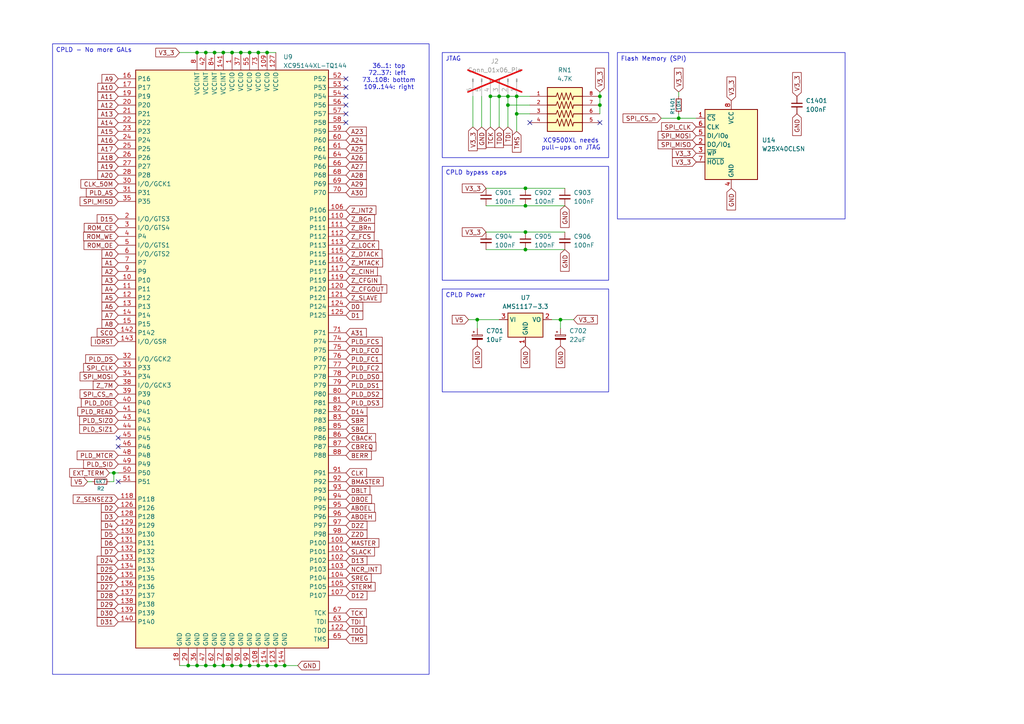
<source format=kicad_sch>
(kicad_sch (version 20250114) (generator "eeschema") (generator_version "9.0")
  (paper "A4")
  (title_block (title "A4092") (date "2026-01-08") (rev "REV C") (company "amiga.technology"))
  (lib_symbols
    (symbol "CPLD_Xilinx:XC95144XL-TQ144"
      (property "Reference" "U" (at -27.94 85.09 0))
      (property "Value" "XC95144XL-TQ144" (at -27.94 -85.09 0))
      (symbol "XC95144XL-TQ144_1_1"
        (rectangle (start -27.94 83.82) (end 27.94 -83.82) (stroke (width 0.254)) (fill (type background)))
        (pin bidirectional line (at -33.02 81.28 0) (length 5.08) (name "P16") (number "16"))
        (pin bidirectional line (at -33.02 78.74 0) (length 5.08) (name "P17") (number "17"))
        (pin bidirectional line (at -33.02 76.2 0) (length 5.08) (name "P19") (number "19"))
        (pin bidirectional line (at -33.02 73.66 0) (length 5.08) (name "P20") (number "20"))
        (pin bidirectional line (at -33.02 71.12 0) (length 5.08) (name "P21") (number "21"))
        (pin bidirectional line (at -33.02 68.58 0) (length 5.08) (name "P22") (number "22"))
        (pin bidirectional line (at -33.02 66.04 0) (length 5.08) (name "P23") (number "23"))
        (pin bidirectional line (at -33.02 63.5 0) (length 5.08) (name "P24") (number "24"))
        (pin bidirectional line (at -33.02 60.96 0) (length 5.08) (name "P25") (number "25"))
        (pin bidirectional line (at -33.02 58.42 0) (length 5.08) (name "P26") (number "26"))
        (pin bidirectional line (at -33.02 55.88 0) (length 5.08) (name "P27") (number "27"))
        (pin bidirectional line (at -33.02 53.34 0) (length 5.08) (name "P28") (number "28"))
        (pin bidirectional line (at -33.02 50.8 0) (length 5.08) (name "I/O/GCK1") (number "30"))
        (pin bidirectional line (at -33.02 48.26 0) (length 5.08) (name "P31") (number "31"))
        (pin bidirectional line (at -33.02 45.72 0) (length 5.08) (name "P35") (number "35"))
        (pin bidirectional line (at -33.02 40.64 0) (length 5.08) (name "I/O/GTS3") (number "2"))
        (pin bidirectional line (at -33.02 38.1 0) (length 5.08) (name "I/O/GTS4") (number "3"))
        (pin bidirectional line (at -33.02 35.56 0) (length 5.08) (name "P4") (number "4"))
        (pin bidirectional line (at -33.02 33.02 0) (length 5.08) (name "I/O/GTS1") (number "5"))
        (pin bidirectional line (at -33.02 30.48 0) (length 5.08) (name "I/O/GTS2") (number "6"))
        (pin bidirectional line (at -33.02 27.94 0) (length 5.08) (name "P7") (number "7"))
        (pin bidirectional line (at -33.02 25.4 0) (length 5.08) (name "P9") (number "9"))
        (pin bidirectional line (at -33.02 22.86 0) (length 5.08) (name "P10") (number "10"))
        (pin bidirectional line (at -33.02 20.32 0) (length 5.08) (name "P11") (number "11"))
        (pin bidirectional line (at -33.02 17.78 0) (length 5.08) (name "P12") (number "12"))
        (pin bidirectional line (at -33.02 15.24 0) (length 5.08) (name "P13") (number "13"))
        (pin bidirectional line (at -33.02 12.7 0) (length 5.08) (name "P14") (number "14"))
        (pin bidirectional line (at -33.02 10.16 0) (length 5.08) (name "P15") (number "15"))
        (pin bidirectional line (at -33.02 7.62 0) (length 5.08) (name "P142") (number "142"))
        (pin bidirectional line (at -33.02 5.08 0) (length 5.08) (name "I/O/GSR") (number "143"))
        (pin bidirectional line (at -33.02 0 0) (length 5.08) (name "I/O/GCK2") (number "32"))
        (pin bidirectional line (at -33.02 -2.54 0) (length 5.08) (name "P33") (number "33"))
        (pin bidirectional line (at -33.02 -5.08 0) (length 5.08) (name "P34") (number "34"))
        (pin bidirectional line (at -33.02 -7.62 0) (length 5.08) (name "I/O/GCK3") (number "38"))
        (pin bidirectional line (at -33.02 -10.16 0) (length 5.08) (name "P39") (number "39"))
        (pin bidirectional line (at -33.02 -12.7 0) (length 5.08) (name "P40") (number "40"))
        (pin bidirectional line (at -33.02 -15.24 0) (length 5.08) (name "P41") (number "41"))
        (pin bidirectional line (at -33.02 -17.78 0) (length 5.08) (name "P43") (number "43"))
        (pin bidirectional line (at -33.02 -20.32 0) (length 5.08) (name "P44") (number "44"))
        (pin bidirectional line (at -33.02 -22.86 0) (length 5.08) (name "P45") (number "45"))
        (pin bidirectional line (at -33.02 -25.4 0) (length 5.08) (name "P46") (number "46"))
        (pin bidirectional line (at -33.02 -27.94 0) (length 5.08) (name "P48") (number "48"))
        (pin bidirectional line (at -33.02 -30.48 0) (length 5.08) (name "P49") (number "49"))
        (pin bidirectional line (at -33.02 -33.02 0) (length 5.08) (name "P50") (number "50"))
        (pin bidirectional line (at -33.02 -35.56 0) (length 5.08) (name "P51") (number "51"))
        (pin bidirectional line (at -33.02 -40.64 0) (length 5.08) (name "P118") (number "118"))
        (pin bidirectional line (at -33.02 -43.18 0) (length 5.08) (name "P126") (number "126"))
        (pin bidirectional line (at -33.02 -45.72 0) (length 5.08) (name "P128") (number "128"))
        (pin bidirectional line (at -33.02 -48.26 0) (length 5.08) (name "P129") (number "129"))
        (pin bidirectional line (at -33.02 -50.8 0) (length 5.08) (name "P130") (number "130"))
        (pin bidirectional line (at -33.02 -53.34 0) (length 5.08) (name "P131") (number "131"))
        (pin bidirectional line (at -33.02 -55.88 0) (length 5.08) (name "P132") (number "132"))
        (pin bidirectional line (at -33.02 -58.42 0) (length 5.08) (name "P133") (number "133"))
        (pin bidirectional line (at -33.02 -60.96 0) (length 5.08) (name "P134") (number "134"))
        (pin bidirectional line (at -33.02 -63.5 0) (length 5.08) (name "P135") (number "135"))
        (pin bidirectional line (at -33.02 -66.04 0) (length 5.08) (name "P136") (number "136"))
        (pin bidirectional line (at -33.02 -68.58 0) (length 5.08) (name "P137") (number "137"))
        (pin bidirectional line (at -33.02 -71.12 0) (length 5.08) (name "P138") (number "138"))
        (pin bidirectional line (at -33.02 -73.66 0) (length 5.08) (name "P139") (number "139"))
        (pin bidirectional line (at -33.02 -76.2 0) (length 5.08) (name "P140") (number "140"))
        (pin power_in line (at -15.24 -88.9 90) (length 5.08) (name "GND") (number "18"))
        (pin power_in line (at -12.7 -88.9 90) (length 5.08) (name "GND") (number "29"))
        (pin power_in line (at -10.16 88.9 270) (length 5.08) (name "VCCINT") (number "8"))
        (pin power_in line (at -10.16 -88.9 90) (length 5.08) (name "GND") (number "36"))
        (pin power_in line (at -7.62 88.9 270) (length 5.08) (name "VCCINT") (number "42"))
        (pin power_in line (at -7.62 -88.9 90) (length 5.08) (name "GND") (number "47"))
        (pin power_in line (at -5.08 88.9 270) (length 5.08) (name "VCCINT") (number "84"))
        (pin power_in line (at -5.08 -88.9 90) (length 5.08) (name "GND") (number "62"))
        (pin power_in line (at -2.54 88.9 270) (length 5.08) (name "VCCINT") (number "141"))
        (pin power_in line (at -2.54 -88.9 90) (length 5.08) (name "GND") (number "72"))
        (pin power_in line (at 0 88.9 270) (length 5.08) (name "VCCIO") (number "1"))
        (pin power_in line (at 0 -88.9 90) (length 5.08) (name "GND") (number "89"))
        (pin power_in line (at 2.54 88.9 270) (length 5.08) (name "VCCIO") (number "37"))
        (pin power_in line (at 2.54 -88.9 90) (length 5.08) (name "GND") (number "90"))
        (pin power_in line (at 5.08 88.9 270) (length 5.08) (name "VCCIO") (number "55"))
        (pin power_in line (at 5.08 -88.9 90) (length 5.08) (name "GND") (number "99"))
        (pin power_in line (at 7.62 88.9 270) (length 5.08) (name "VCCIO") (number "73"))
        (pin power_in line (at 7.62 -88.9 90) (length 5.08) (name "GND") (number "108"))
        (pin power_in line (at 10.16 88.9 270) (length 5.08) (name "VCCIO") (number "109"))
        (pin power_in line (at 10.16 -88.9 90) (length 5.08) (name "GND") (number "114"))
        (pin power_in line (at 12.7 88.9 270) (length 5.08) (name "VCCIO") (number "127"))
        (pin power_in line (at 12.7 -88.9 90) (length 5.08) (name "GND") (number "123"))
        (pin power_in line (at 15.24 -88.9 90) (length 5.08) (name "GND") (number "144"))
        (pin bidirectional line (at 33.02 81.28 180) (length 5.08) (name "P52") (number "52"))
        (pin bidirectional line (at 33.02 78.74 180) (length 5.08) (name "P53") (number "53"))
        (pin bidirectional line (at 33.02 76.2 180) (length 5.08) (name "P54") (number "54"))
        (pin bidirectional line (at 33.02 73.66 180) (length 5.08) (name "P56") (number "56"))
        (pin bidirectional line (at 33.02 71.12 180) (length 5.08) (name "P57") (number "57"))
        (pin bidirectional line (at 33.02 68.58 180) (length 5.08) (name "P58") (number "58"))
        (pin bidirectional line (at 33.02 66.04 180) (length 5.08) (name "P59") (number "59"))
        (pin bidirectional line (at 33.02 63.5 180) (length 5.08) (name "P60") (number "60"))
        (pin bidirectional line (at 33.02 60.96 180) (length 5.08) (name "P61") (number "61"))
        (pin bidirectional line (at 33.02 58.42 180) (length 5.08) (name "P64") (number "64"))
        (pin bidirectional line (at 33.02 55.88 180) (length 5.08) (name "P66") (number "66"))
        (pin bidirectional line (at 33.02 53.34 180) (length 5.08) (name "P68") (number "68"))
        (pin bidirectional line (at 33.02 50.8 180) (length 5.08) (name "P69") (number "69"))
        (pin bidirectional line (at 33.02 48.26 180) (length 5.08) (name "P70") (number "70"))
        (pin bidirectional line (at 33.02 43.18 180) (length 5.08) (name "P106") (number "106"))
        (pin bidirectional line (at 33.02 40.64 180) (length 5.08) (name "P110") (number "110"))
        (pin bidirectional line (at 33.02 38.1 180) (length 5.08) (name "P111") (number "111"))
        (pin bidirectional line (at 33.02 35.56 180) (length 5.08) (name "P112") (number "112"))
        (pin bidirectional line (at 33.02 33.02 180) (length 5.08) (name "P113") (number "113"))
        (pin bidirectional line (at 33.02 30.48 180) (length 5.08) (name "P115") (number "115"))
        (pin bidirectional line (at 33.02 27.94 180) (length 5.08) (name "P116") (number "116"))
        (pin bidirectional line (at 33.02 25.4 180) (length 5.08) (name "P117") (number "117"))
        (pin bidirectional line (at 33.02 22.86 180) (length 5.08) (name "P119") (number "119"))
        (pin bidirectional line (at 33.02 20.32 180) (length 5.08) (name "P120") (number "120"))
        (pin bidirectional line (at 33.02 17.78 180) (length 5.08) (name "P121") (number "121"))
        (pin bidirectional line (at 33.02 15.24 180) (length 5.08) (name "P124") (number "124"))
        (pin bidirectional line (at 33.02 12.7 180) (length 5.08) (name "P125") (number "125"))
        (pin bidirectional line (at 33.02 7.62 180) (length 5.08) (name "P71") (number "71"))
        (pin bidirectional line (at 33.02 5.08 180) (length 5.08) (name "P74") (number "74"))
        (pin bidirectional line (at 33.02 2.54 180) (length 5.08) (name "P75") (number "75"))
        (pin bidirectional line (at 33.02 0 180) (length 5.08) (name "P76") (number "76"))
        (pin bidirectional line (at 33.02 -2.54 180) (length 5.08) (name "P77") (number "77"))
        (pin bidirectional line (at 33.02 -5.08 180) (length 5.08) (name "P78") (number "78"))
        (pin bidirectional line (at 33.02 -7.62 180) (length 5.08) (name "P79") (number "79"))
        (pin bidirectional line (at 33.02 -10.16 180) (length 5.08) (name "P80") (number "80"))
        (pin bidirectional line (at 33.02 -12.7 180) (length 5.08) (name "P81") (number "81"))
        (pin bidirectional line (at 33.02 -15.24 180) (length 5.08) (name "P82") (number "82"))
        (pin bidirectional line (at 33.02 -17.78 180) (length 5.08) (name "P83") (number "83"))
        (pin bidirectional line (at 33.02 -20.32 180) (length 5.08) (name "P85") (number "85"))
        (pin bidirectional line (at 33.02 -22.86 180) (length 5.08) (name "P86") (number "86"))
        (pin bidirectional line (at 33.02 -25.4 180) (length 5.08) (name "P87") (number "87"))
        (pin bidirectional line (at 33.02 -27.94 180) (length 5.08) (name "P88") (number "88"))
        (pin bidirectional line (at 33.02 -33.02 180) (length 5.08) (name "P91") (number "91"))
        (pin bidirectional line (at 33.02 -35.56 180) (length 5.08) (name "P92") (number "92"))
        (pin bidirectional line (at 33.02 -38.1 180) (length 5.08) (name "P93") (number "93"))
        (pin bidirectional line (at 33.02 -40.64 180) (length 5.08) (name "P94") (number "94"))
        (pin bidirectional line (at 33.02 -43.18 180) (length 5.08) (name "P95") (number "95"))
        (pin bidirectional line (at 33.02 -45.72 180) (length 5.08) (name "P96") (number "96"))
        (pin bidirectional line (at 33.02 -48.26 180) (length 5.08) (name "P97") (number "97"))
        (pin bidirectional line (at 33.02 -50.8 180) (length 5.08) (name "P98") (number "98"))
        (pin bidirectional line (at 33.02 -53.34 180) (length 5.08) (name "P100") (number "100"))
        (pin bidirectional line (at 33.02 -55.88 180) (length 5.08) (name "P101") (number "101"))
        (pin bidirectional line (at 33.02 -58.42 180) (length 5.08) (name "P102") (number "102"))
        (pin bidirectional line (at 33.02 -60.96 180) (length 5.08) (name "P103") (number "103"))
        (pin bidirectional line (at 33.02 -63.5 180) (length 5.08) (name "P104") (number "104"))
        (pin bidirectional line (at 33.02 -66.04 180) (length 5.08) (name "P105") (number "105"))
        (pin bidirectional line (at 33.02 -68.58 180) (length 5.08) (name "P107") (number "107"))
        (pin bidirectional line (at 33.02 -73.66 180) (length 5.08) (name "TCK") (number "67"))
        (pin bidirectional line (at 33.02 -76.2 180) (length 5.08) (name "TDI") (number "63"))
        (pin bidirectional line (at 33.02 -78.74 180) (length 5.08) (name "TDO") (number "122"))
        (pin bidirectional line (at 33.02 -81.28 180) (length 5.08) (name "TMS") (number "65"))
      )
    )
    (symbol "Connector:Conn_01x06_Pin" (pin_names (offset 1.016) (hide yes))
      (property "Reference" "J" (at 0 7.62 0))
      (property "Value" "Conn_01x06_Pin" (at 0 -10.16 0))
      (symbol "Conn_01x06_Pin_1_1"
        (rectangle (start 0.8636 5.207) (end 0 4.953) (stroke (width 0.1524)) (fill (type outline)))
        (rectangle (start 0.8636 2.667) (end 0 2.413) (stroke (width 0.1524)) (fill (type outline)))
        (rectangle (start 0.8636 0.127) (end 0 -0.127) (stroke (width 0.1524)) (fill (type outline)))
        (rectangle (start 0.8636 -2.413) (end 0 -2.667) (stroke (width 0.1524)) (fill (type outline)))
        (rectangle (start 0.8636 -4.953) (end 0 -5.207) (stroke (width 0.1524)) (fill (type outline)))
        (rectangle (start 0.8636 -7.493) (end 0 -7.747) (stroke (width 0.1524)) (fill (type outline)))
        (polyline (pts (xy 1.27 5.08) (xy 0.8636 5.08)) (stroke (width 0.1524)))
        (polyline (pts (xy 1.27 2.54) (xy 0.8636 2.54)) (stroke (width 0.1524)))
        (polyline (pts (xy 1.27 0) (xy 0.8636 0)) (stroke (width 0.1524)))
        (polyline (pts (xy 1.27 -2.54) (xy 0.8636 -2.54)) (stroke (width 0.1524)))
        (polyline (pts (xy 1.27 -5.08) (xy 0.8636 -5.08)) (stroke (width 0.1524)))
        (polyline (pts (xy 1.27 -7.62) (xy 0.8636 -7.62)) (stroke (width 0.1524)))
        (pin passive line (at 5.08 5.08 180) (length 3.81) (name "Pin_1") (number "1"))
        (pin passive line (at 5.08 2.54 180) (length 3.81) (name "Pin_2") (number "2"))
        (pin passive line (at 5.08 0 180) (length 3.81) (name "Pin_3") (number "3"))
        (pin passive line (at 5.08 -2.54 180) (length 3.81) (name "Pin_4") (number "4"))
        (pin passive line (at 5.08 -5.08 180) (length 3.81) (name "Pin_5") (number "5"))
        (pin passive line (at 5.08 -7.62 180) (length 3.81) (name "Pin_6") (number "6"))
      )
    )
    (symbol "Device:C_Polarized_Small" (pin_numbers (hide yes)) (pin_names (offset 0.254) (hide yes))
      (property "Reference" "C" (at 0.254 1.778 0))
      (property "Value" "C_Polarized_Small" (at 0.254 -2.032 0))
      (symbol "C_Polarized_Small_0_1"
        (rectangle (start -1.524 0.6858) (end 1.524 0.3048))
        (rectangle (start -1.524 -0.3048) (end 1.524 -0.6858) (fill (type outline)))
        (polyline (pts (xy -1.27 1.524) (xy -0.762 1.524)))
        (polyline (pts (xy -1.016 1.27) (xy -1.016 1.778)))
      )
      (symbol "C_Polarized_Small_1_1"
        (pin passive line (at 0 2.54 270) (length 1.8542) (name "~") (number "1"))
        (pin passive line (at 0 -2.54 90) (length 1.8542) (name "~") (number "2"))
      )
    )
    (symbol "Device:C_Small" (pin_numbers (hide yes)) (pin_names (offset 0.254) (hide yes))
      (property "Reference" "C" (at 0.254 1.778 0))
      (property "Value" "C_Small" (at 0.254 -2.032 0))
      (symbol "C_Small_0_1"
        (polyline (pts (xy -1.524 0.508) (xy 1.524 0.508)) (stroke (width 0.3048)))
        (polyline (pts (xy -1.524 -0.508) (xy 1.524 -0.508)) (stroke (width 0.3302)))
      )
      (symbol "C_Small_1_1"
        (pin passive line (at 0 2.54 270) (length 2.032) (name "~") (number "1"))
        (pin passive line (at 0 -2.54 90) (length 2.032) (name "~") (number "2"))
      )
    )
    (symbol "Device:R_Small" (pin_numbers (hide yes)) (pin_names (offset 0.254) (hide yes))
      (property "Reference" "R" (at 0 0 90))
      (property "Value" "R_Small" (at 1.778 0 90))
      (symbol "R_Small_0_1"
        (rectangle (start -0.762 1.778) (end 0.762 -1.778) (stroke (width 0.2032)))
      )
      (symbol "R_Small_1_1"
        (pin passive line (at 0 2.54 270) (length 0.762) (name "~") (number "1"))
        (pin passive line (at 0 -2.54 90) (length 0.762) (name "~") (number "2"))
      )
    )
    (symbol "Memory_Flash:W25X40CLSN"
      (property "Reference" "U" (at -7.62 10.668 0))
      (property "Value" "W25X40CLSN" (at 2.54 10.668 0))
      (symbol "W25X40CLSN_0_1"
        (rectangle (start -7.62 10.16) (end 7.62 -10.16) (stroke (width 0.254)) (fill (type background)))
      )
      (symbol "W25X40CLSN_1_1"
        (pin input line (at -10.16 7.62 0) (length 2.54) (name "~{CS}") (number "1"))
        (pin input line (at -10.16 5.08 0) (length 2.54) (name "CLK") (number "6"))
        (pin bidirectional line (at -10.16 2.54 0) (length 2.54) (name "DI/IO_{0}") (number "5"))
        (pin bidirectional line (at -10.16 0 0) (length 2.54) (name "DO/IO_{1}") (number "2"))
        (pin bidirectional line (at -10.16 -2.54 0) (length 2.54) (name "~{WP}") (number "3"))
        (pin bidirectional line (at -10.16 -5.08 0) (length 2.54) (name "~{HOLD}") (number "7"))
        (pin power_in line (at 0 12.7 270) (length 2.54) (name "VCC") (number "8"))
        (pin power_in line (at 0 -12.7 90) (length 2.54) (name "GND") (number "4"))
      )
    )
    (symbol "R_Small_1" (pin_numbers (hide yes)) (pin_names (offset 0.254) (hide yes))
      (property "Reference" "R" (at 0 0 90))
      (property "Value" "R_Small" (at 1.778 0 90))
      (symbol "R_Small_1_0_1"
        (rectangle (start -0.762 1.778) (end 0.762 -1.778) (stroke (width 0.2032)))
      )
      (symbol "R_Small_1_1_1"
        (pin passive line (at 0 2.54 270) (length 0.762) (name "~") (number "1"))
        (pin passive line (at 0 -2.54 90) (length 0.762) (name "~") (number "2"))
      )
    )
    (symbol "Regulator_Linear:AMS1117-3.3"
      (property "Reference" "U" (at -3.81 3.175 0))
      (property "Value" "AMS1117-3.3" (at 0 3.175 0))
      (symbol "AMS1117-3.3_0_1"
        (rectangle (start -5.08 -5.08) (end 5.08 1.905) (stroke (width 0.254)) (fill (type background)))
      )
      (symbol "AMS1117-3.3_1_1"
        (pin power_in line (at -7.62 0 0) (length 2.54) (name "VI") (number "3"))
        (pin power_in line (at 0 -7.62 90) (length 2.54) (name "GND") (number "1"))
        (pin power_out line (at 7.62 0 180) (length 2.54) (name "VO") (number "2"))
      )
    )
    (symbol "YC324-FK-071KL:YC324-FK-071KL" (pin_names (offset 1.016))
      (property "Reference" "R" (at -5.08 8.128 0))
      (property "Value" "YC324-FK-071KL" (at -5.08 -7.62 0))
      (symbol "YC324-FK-071KL_0_0"
        (rectangle (start -5.08 -5.08) (end 5.08 7.62) (stroke (width 0.254)) (fill (type background)))
        (polyline (pts (xy -2.54 5.08) (xy -5.08 5.08)) (stroke (width 0.254)))
        (polyline (pts (xy -2.54 5.08) (xy -2.159 6.096)) (stroke (width 0.2032)))
        (polyline (pts (xy -2.54 2.54) (xy -5.08 2.54)) (stroke (width 0.254)))
        (polyline (pts (xy -2.54 2.54) (xy -2.159 3.556)) (stroke (width 0.2032)))
        (polyline (pts (xy -2.54 0) (xy -5.08 0)) (stroke (width 0.254)))
        (polyline (pts (xy -2.54 0) (xy -2.159 1.016)) (stroke (width 0.2032)))
        (polyline (pts (xy -2.54 -2.54) (xy -5.08 -2.54)) (stroke (width 0.254)))
        (polyline (pts (xy -2.54 -2.54) (xy -2.159 -1.524)) (stroke (width 0.2032)))
        (polyline (pts (xy -2.159 6.096) (xy -1.524 4.064)) (stroke (width 0.2032)))
        (polyline (pts (xy -2.159 3.556) (xy -1.524 1.524)) (stroke (width 0.2032)))
        (polyline (pts (xy -2.159 1.016) (xy -1.524 -1.016)) (stroke (width 0.2032)))
        (polyline (pts (xy -2.159 -1.524) (xy -1.524 -3.556)) (stroke (width 0.2032)))
        (polyline (pts (xy -1.524 4.064) (xy -0.889 6.096)) (stroke (width 0.2032)))
        (polyline (pts (xy -1.524 1.524) (xy -0.889 3.556)) (stroke (width 0.2032)))
        (polyline (pts (xy -1.524 -1.016) (xy -0.889 1.016)) (stroke (width 0.2032)))
        (polyline (pts (xy -1.524 -3.556) (xy -0.889 -1.524)) (stroke (width 0.2032)))
        (polyline (pts (xy -0.889 6.096) (xy -0.254 4.064)) (stroke (width 0.2032)))
        (polyline (pts (xy -0.889 3.556) (xy -0.254 1.524)) (stroke (width 0.2032)))
        (polyline (pts (xy -0.889 1.016) (xy -0.254 -1.016)) (stroke (width 0.2032)))
        (polyline (pts (xy -0.889 -1.524) (xy -0.254 -3.556)) (stroke (width 0.2032)))
        (polyline (pts (xy -0.254 4.064) (xy 0.381 6.096)) (stroke (width 0.2032)))
        (polyline (pts (xy -0.254 1.524) (xy 0.381 3.556)) (stroke (width 0.2032)))
        (polyline (pts (xy -0.254 -1.016) (xy 0.381 1.016)) (stroke (width 0.2032)))
        (polyline (pts (xy -0.254 -3.556) (xy 0.381 -1.524)) (stroke (width 0.2032)))
        (polyline (pts (xy 0.381 6.096) (xy 1.016 4.064)) (stroke (width 0.2032)))
        (polyline (pts (xy 0.381 3.556) (xy 1.016 1.524)) (stroke (width 0.2032)))
        (polyline (pts (xy 0.381 1.016) (xy 1.016 -1.016)) (stroke (width 0.2032)))
        (polyline (pts (xy 0.381 -1.524) (xy 1.016 -3.556)) (stroke (width 0.2032)))
        (polyline (pts (xy 1.016 4.064) (xy 1.651 6.096)) (stroke (width 0.2032)))
        (polyline (pts (xy 1.016 1.524) (xy 1.651 3.556)) (stroke (width 0.2032)))
        (polyline (pts (xy 1.016 -1.016) (xy 1.651 1.016)) (stroke (width 0.2032)))
        (polyline (pts (xy 1.016 -3.556) (xy 1.651 -1.524)) (stroke (width 0.2032)))
        (polyline (pts (xy 1.651 6.096) (xy 2.286 4.064)) (stroke (width 0.2032)))
        (polyline (pts (xy 1.651 3.556) (xy 2.286 1.524)) (stroke (width 0.2032)))
        (polyline (pts (xy 1.651 1.016) (xy 2.286 -1.016)) (stroke (width 0.2032)))
        (polyline (pts (xy 1.651 -1.524) (xy 2.286 -3.556)) (stroke (width 0.2032)))
        (polyline (pts (xy 2.286 4.064) (xy 2.54 5.08)) (stroke (width 0.2032)))
        (polyline (pts (xy 2.286 1.524) (xy 2.54 2.54)) (stroke (width 0.2032)))
        (polyline (pts (xy 2.286 -1.016) (xy 2.54 0)) (stroke (width 0.2032)))
        (polyline (pts (xy 2.286 -3.556) (xy 2.54 -2.54)) (stroke (width 0.2032)))
        (polyline (pts (xy 5.08 5.08) (xy 2.54 5.08)) (stroke (width 0.254)))
        (polyline (pts (xy 5.08 2.54) (xy 2.54 2.54)) (stroke (width 0.254)))
        (polyline (pts (xy 5.08 0) (xy 2.54 0)) (stroke (width 0.254)))
        (polyline (pts (xy 5.08 -2.54) (xy 2.54 -2.54)) (stroke (width 0.254)))
        (pin passive line (at -10.16 5.08 0) (length 5.08) (name "~") (number "1"))
        (pin passive line (at -10.16 2.54 0) (length 5.08) (name "~") (number "2"))
        (pin passive line (at -10.16 0 0) (length 5.08) (name "~") (number "3"))
        (pin passive line (at -10.16 -2.54 0) (length 5.08) (name "~") (number "4"))
        (pin passive line (at 10.16 5.08 180) (length 5.08) (name "~") (number "8"))
        (pin passive line (at 10.16 2.54 180) (length 5.08) (name "~") (number "7"))
        (pin passive line (at 10.16 0 180) (length 5.08) (name "~") (number "6"))
        (pin passive line (at 10.16 -2.54 180) (length 5.08) (name "~") (number "5"))
      )
    )
  )
  (text "36..1: top\n72..37: left \n73..108: bottom\n109..144: right" (at 112.776 22.352 0) (effects (font (size 1.27 1.27))))
  (text "XC9500XL needs\npull-ups on JTAG" (at 165.608 41.91 0) (effects (font (size 1.27 1.27))))
  (text_box "CPLD - No more GALs" (at 15.24 12.7 0) (size 109.22 182.88) (margins 0.9525 0.9525 0.9525 0.9525) (effects (font (size 1.27 1.27)) (justify left top)))
  (text_box "JTAG\n" (at 128.27 15.24 0) (size 48.26 30.48) (margins 0.9525 0.9525 0.9525 0.9525) (effects (font (size 1.27 1.27)) (justify left top)))
  (text_box "CPLD Power" (at 128.27 83.82 0) (size 48.26 29.845) (margins 0.9525 0.9525 0.9525 0.9525) (effects (font (size 1.27 1.27)) (justify left top)))
  (text_box "Flash Memory (SPI)" (at 179.07 15.24 0) (size 66.04 48.26) (margins 0.9525 0.9525 0.9525 0.9525) (effects (font (size 1.27 1.27)) (justify left top)))
  (text_box "CPLD bypass caps\n" (at 128.27 48.26 0) (size 48.26 33.02) (margins 0.9525 0.9525 0.9525 0.9525) (effects (font (size 1.27 1.27)) (justify left top)))
  (junction (at 152.4 72.39))
  (junction (at 57.15 193.04))
  (junction (at 62.23 15.24))
  (junction (at 138.43 92.71))
  (junction (at 72.39 193.04))
  (junction (at 59.69 15.24))
  (junction (at 162.56 92.71))
  (junction (at 144.78 27.94))
  (junction (at 69.85 193.04))
  (junction (at 57.15 15.24))
  (junction (at 142.24 27.94))
  (junction (at 173.99 30.48))
  (junction (at 80.01 193.04))
  (junction (at 152.4 59.69))
  (junction (at 152.4 67.31))
  (junction (at 72.39 15.24))
  (junction (at 196.85 34.29))
  (junction (at 149.86 27.94))
  (junction (at 69.85 15.24))
  (junction (at 77.47 15.24))
  (junction (at 152.4 54.61))
  (junction (at 77.47 193.04))
  (junction (at 74.93 193.04))
  (junction (at 64.77 193.04))
  (junction (at 62.23 193.04))
  (junction (at 67.31 193.04))
  (junction (at 147.32 30.48))
  (junction (at 64.77 15.24))
  (junction (at 74.93 15.24))
  (junction (at 173.99 27.94))
  (junction (at 147.32 27.94))
  (junction (at 149.86 33.02))
  (junction (at 59.69 193.04))
  (junction (at 54.61 193.04))
  (junction (at 82.55 193.04))
  (junction (at 33.02 137.16))
  (junction (at 67.31 15.24))
  (no_connect (at 100.33 27.94))
  (no_connect (at 173.99 35.56))
  (no_connect (at 100.33 35.56))
  (no_connect (at 34.29 129.54))
  (no_connect (at 34.29 139.7))
  (no_connect (at 100.33 22.86))
  (no_connect (at 34.29 127))
  (no_connect (at 100.33 25.4))
  (no_connect (at 153.67 35.56))
  (no_connect (at 100.33 30.48))
  (no_connect (at 100.33 33.02))
  (wire (pts (xy 31.75 137.16) (xy 33.02 137.16)))
  (wire (pts (xy 31.75 139.7) (xy 33.02 139.7)))
  (wire (pts (xy 135.89 92.71) (xy 138.43 92.71)))
  (wire (pts (xy 191.77 34.29) (xy 196.85 34.29)))
  (wire (pts (xy 64.77 193.04) (xy 67.31 193.04)))
  (wire (pts (xy 173.99 30.48) (xy 173.99 33.02)))
  (wire (pts (xy 149.86 33.02) (xy 149.86 38.1)))
  (wire (pts (xy 137.16 27.94) (xy 137.16 36.83)))
  (wire (pts (xy 142.24 27.94) (xy 144.78 27.94)))
  (wire (pts (xy 142.24 27.94) (xy 142.24 36.83)))
  (wire (pts (xy 147.32 27.94) (xy 147.32 30.48)))
  (wire (pts (xy 152.4 72.39) (xy 163.83 72.39)))
  (wire (pts (xy 152.4 67.31) (xy 163.83 67.31)))
  (wire (pts (xy 144.78 27.94) (xy 147.32 27.94)))
  (wire (pts (xy 52.07 15.24) (xy 57.15 15.24)))
  (wire (pts (xy 149.86 27.94) (xy 153.67 27.94)))
  (wire (pts (xy 144.78 27.94) (xy 144.78 36.83)))
  (wire (pts (xy 147.32 30.48) (xy 147.32 36.83)))
  (wire (pts (xy 140.97 72.39) (xy 152.4 72.39)))
  (wire (pts (xy 147.32 27.94) (xy 149.86 27.94)))
  (wire (pts (xy 140.97 67.31) (xy 152.4 67.31)))
  (wire (pts (xy 64.77 15.24) (xy 67.31 15.24)))
  (wire (pts (xy 173.99 26.67) (xy 173.99 27.94)))
  (wire (pts (xy 152.4 54.61) (xy 163.83 54.61)))
  (wire (pts (xy 196.85 33.02) (xy 196.85 34.29)))
  (wire (pts (xy 162.56 95.25) (xy 162.56 92.71)))
  (wire (pts (xy 57.15 15.24) (xy 59.69 15.24)))
  (wire (pts (xy 59.69 15.24) (xy 62.23 15.24)))
  (wire (pts (xy 152.4 59.69) (xy 163.83 59.69)))
  (wire (pts (xy 139.7 27.94) (xy 139.7 36.83)))
  (wire (pts (xy 138.43 92.71) (xy 144.78 92.71)))
  (wire (pts (xy 196.85 34.29) (xy 201.93 34.29)))
  (wire (pts (xy 149.86 27.94) (xy 149.86 33.02)))
  (wire (pts (xy 77.47 15.24) (xy 80.01 15.24)))
  (wire (pts (xy 74.93 15.24) (xy 77.47 15.24)))
  (wire (pts (xy 33.02 137.16) (xy 34.29 137.16)))
  (wire (pts (xy 147.32 30.48) (xy 153.67 30.48)))
  (wire (pts (xy 80.01 193.04) (xy 82.55 193.04)))
  (wire (pts (xy 72.39 193.04) (xy 74.93 193.04)))
  (wire (pts (xy 59.69 193.04) (xy 62.23 193.04)))
  (wire (pts (xy 140.97 59.69) (xy 152.4 59.69)))
  (wire (pts (xy 140.97 54.61) (xy 152.4 54.61)))
  (wire (pts (xy 54.61 193.04) (xy 57.15 193.04)))
  (wire (pts (xy 33.02 137.16) (xy 33.02 139.7)))
  (wire (pts (xy 67.31 193.04) (xy 69.85 193.04)))
  (wire (pts (xy 62.23 193.04) (xy 64.77 193.04)))
  (wire (pts (xy 77.47 193.04) (xy 80.01 193.04)))
  (wire (pts (xy 69.85 193.04) (xy 72.39 193.04)))
  (wire (pts (xy 72.39 15.24) (xy 74.93 15.24)))
  (wire (pts (xy 74.93 193.04) (xy 77.47 193.04)))
  (wire (pts (xy 196.85 26.67) (xy 196.85 27.94)))
  (wire (pts (xy 25.4 139.7) (xy 26.67 139.7)))
  (wire (pts (xy 52.07 193.04) (xy 54.61 193.04)))
  (wire (pts (xy 57.15 193.04) (xy 59.69 193.04)))
  (wire (pts (xy 162.56 92.71) (xy 160.02 92.71)))
  (wire (pts (xy 173.99 27.94) (xy 173.99 30.48)))
  (wire (pts (xy 166.37 92.71) (xy 162.56 92.71)))
  (wire (pts (xy 138.43 95.25) (xy 138.43 92.71)))
  (wire (pts (xy 82.55 193.04) (xy 86.36 193.04)))
  (wire (pts (xy 149.86 33.02) (xy 153.67 33.02)))
  (wire (pts (xy 62.23 15.24) (xy 64.77 15.24)))
  (wire (pts (xy 69.85 15.24) (xy 72.39 15.24)))
  (wire (pts (xy 67.31 15.24) (xy 69.85 15.24)))
  (global_label "D3" (shape input) (at 34.29 149.86 180) (property "Intersheetrefs" "${INTERSHEET_REFS}" (effects (hide yes))))
  (global_label "NCR_INT" (shape input) (at 100.33 165.1 0) (property "Intersheetrefs" "${INTERSHEET_REFS}" (effects (hide yes))))
  (global_label "TDO" (shape input) (at 100.33 182.88 0) (property "Intersheetrefs" "${INTERSHEET_REFS}" (effects (hide yes))))
  (global_label "PLD_FCS" (shape input) (at 100.33 99.06 0) (property "Intersheetrefs" "${INTERSHEET_REFS}" (effects (hide yes))))
  (global_label "GND" (shape input) (at 152.4 100.33 270) (property "Intersheetrefs" "${INTERSHEET_REFS}" (effects (hide yes))))
  (global_label "D4" (shape input) (at 34.29 152.4 180) (property "Intersheetrefs" "${INTERSHEET_REFS}" (effects (hide yes))))
  (global_label "D24" (shape input) (at 34.29 162.56 180) (property "Intersheetrefs" "${INTERSHEET_REFS}" (effects (hide yes))))
  (global_label "A25" (shape input) (at 100.33 43.18 0) (property "Intersheetrefs" "${INTERSHEET_REFS}" (effects (hide yes))))
  (global_label "D30" (shape input) (at 34.29 177.8 180) (property "Intersheetrefs" "${INTERSHEET_REFS}" (effects (hide yes))))
  (global_label "V3_3" (shape input) (at 137.16 36.83 270) (property "Intersheetrefs" "${INTERSHEET_REFS}" (effects (hide yes))))
  (global_label "D26" (shape input) (at 34.29 167.64 180) (property "Intersheetrefs" "${INTERSHEET_REFS}" (effects (hide yes))))
  (global_label "Z_FCS" (shape input) (at 100.33 68.58 0) (property "Intersheetrefs" "${INTERSHEET_REFS}" (effects (hide yes))))
  (global_label "A18" (shape input) (at 34.29 45.72 180) (property "Intersheetrefs" "${INTERSHEET_REFS}" (effects (hide yes))))
  (global_label "D0" (shape input) (at 100.33 88.9 0) (property "Intersheetrefs" "${INTERSHEET_REFS}" (effects (hide yes))))
  (global_label "Z_CINH" (shape input) (at 100.33 78.74 0) (property "Intersheetrefs" "${INTERSHEET_REFS}" (effects (hide yes))))
  (global_label "SPI_MOSI" (shape input) (at 34.29 109.22 180) (property "Intersheetrefs" "${INTERSHEET_REFS}" (effects (hide yes))))
  (global_label "A24" (shape input) (at 100.33 40.64 0) (property "Intersheetrefs" "${INTERSHEET_REFS}" (effects (hide yes))))
  (global_label "A3" (shape input) (at 34.29 81.28 180) (property "Intersheetrefs" "${INTERSHEET_REFS}" (effects (hide yes))))
  (global_label "Z_BGn" (shape input) (at 100.33 63.5 0) (property "Intersheetrefs" "${INTERSHEET_REFS}" (effects (hide yes))))
  (global_label "PLD_DS2" (shape input) (at 100.33 114.3 0) (property "Intersheetrefs" "${INTERSHEET_REFS}" (effects (hide yes))))
  (global_label "IORST" (shape input) (at 34.29 99.06 180) (property "Intersheetrefs" "${INTERSHEET_REFS}" (effects (hide yes))))
  (global_label "V3_3" (shape input) (at 201.93 44.45 180) (property "Intersheetrefs" "${INTERSHEET_REFS}" (effects (hide yes))))
  (global_label "A14" (shape input) (at 34.29 35.56 180) (property "Intersheetrefs" "${INTERSHEET_REFS}" (effects (hide yes))))
  (global_label "GND" (shape input) (at 139.7 36.83 270) (property "Intersheetrefs" "${INTERSHEET_REFS}" (effects (hide yes))))
  (global_label "MASTER" (shape input) (at 100.33 157.48 0) (property "Intersheetrefs" "${INTERSHEET_REFS}" (effects (hide yes))))
  (global_label "SPI_MISO" (shape input) (at 201.93 41.91 180) (property "Intersheetrefs" "${INTERSHEET_REFS}" (effects (hide yes))))
  (global_label "PLD_SID" (shape input) (at 34.29 134.62 180) (property "Intersheetrefs" "${INTERSHEET_REFS}" (effects (hide yes))))
  (global_label "A8" (shape input) (at 34.29 93.98 180) (property "Intersheetrefs" "${INTERSHEET_REFS}" (effects (hide yes))))
  (global_label "A2" (shape input) (at 34.29 78.74 180) (property "Intersheetrefs" "${INTERSHEET_REFS}" (effects (hide yes))))
  (global_label "ROM_WE" (shape input) (at 34.29 68.58 180) (property "Intersheetrefs" "${INTERSHEET_REFS}" (effects (hide yes))))
  (global_label "A28" (shape input) (at 100.33 50.8 0) (property "Intersheetrefs" "${INTERSHEET_REFS}" (effects (hide yes))))
  (global_label "ABOEL" (shape input) (at 100.33 147.32 0) (property "Intersheetrefs" "${INTERSHEET_REFS}" (effects (hide yes))))
  (global_label "A26" (shape input) (at 100.33 45.72 0) (property "Intersheetrefs" "${INTERSHEET_REFS}" (effects (hide yes))))
  (global_label "TDO" (shape input) (at 144.78 36.83 270) (property "Intersheetrefs" "${INTERSHEET_REFS}" (effects (hide yes))))
  (global_label "PLD_READ" (shape input) (at 34.29 119.38 180) (property "Intersheetrefs" "${INTERSHEET_REFS}" (effects (hide yes))))
  (global_label "D7" (shape input) (at 34.29 160.02 180) (property "Intersheetrefs" "${INTERSHEET_REFS}" (effects (hide yes))))
  (global_label "SPI_CS_n" (shape input) (at 191.77 34.29 180) (property "Intersheetrefs" "${INTERSHEET_REFS}" (effects (hide yes))))
  (global_label "Z_LOCK" (shape input) (at 100.33 71.12 0) (property "Intersheetrefs" "${INTERSHEET_REFS}" (effects (hide yes))))
  (global_label "PLD_AS" (shape input) (at 34.29 55.88 180) (property "Intersheetrefs" "${INTERSHEET_REFS}" (effects (hide yes))))
  (global_label "A17" (shape input) (at 34.29 43.18 180) (property "Intersheetrefs" "${INTERSHEET_REFS}" (effects (hide yes))))
  (global_label "ROM_OE" (shape input) (at 34.29 71.12 180) (property "Intersheetrefs" "${INTERSHEET_REFS}" (effects (hide yes))))
  (global_label "V5" (shape input) (at 25.4 139.7 180) (property "Intersheetrefs" "${INTERSHEET_REFS}" (effects (hide yes))))
  (global_label "V3_3" (shape input) (at 140.97 54.61 180) (property "Intersheetrefs" "${INTERSHEET_REFS}" (effects (hide yes))))
  (global_label "D14" (shape input) (at 100.33 119.38 0) (property "Intersheetrefs" "${INTERSHEET_REFS}" (effects (hide yes))))
  (global_label "A12" (shape input) (at 34.29 30.48 180) (property "Intersheetrefs" "${INTERSHEET_REFS}" (effects (hide yes))))
  (global_label "D31" (shape input) (at 34.29 180.34 180) (property "Intersheetrefs" "${INTERSHEET_REFS}" (effects (hide yes))))
  (global_label "A16" (shape input) (at 34.29 40.64 180) (property "Intersheetrefs" "${INTERSHEET_REFS}" (effects (hide yes))))
  (global_label "DBLT" (shape input) (at 100.33 142.24 0) (property "Intersheetrefs" "${INTERSHEET_REFS}" (effects (hide yes))))
  (global_label "PLD_FC0" (shape input) (at 100.33 101.6 0) (property "Intersheetrefs" "${INTERSHEET_REFS}" (effects (hide yes))))
  (global_label "BERR" (shape input) (at 100.33 132.08 0) (property "Intersheetrefs" "${INTERSHEET_REFS}" (effects (hide yes))))
  (global_label "ROM_CE" (shape input) (at 34.29 66.04 180) (property "Intersheetrefs" "${INTERSHEET_REFS}" (effects (hide yes))))
  (global_label "PLD_FC2" (shape input) (at 100.33 106.68 0) (property "Intersheetrefs" "${INTERSHEET_REFS}" (effects (hide yes))))
  (global_label "A30" (shape input) (at 100.33 55.88 0) (property "Intersheetrefs" "${INTERSHEET_REFS}" (effects (hide yes))))
  (global_label "A4" (shape input) (at 34.29 83.82 180) (property "Intersheetrefs" "${INTERSHEET_REFS}" (effects (hide yes))))
  (global_label "D1" (shape input) (at 100.33 91.44 0) (property "Intersheetrefs" "${INTERSHEET_REFS}" (effects (hide yes))))
  (global_label "A15" (shape input) (at 34.29 38.1 180) (property "Intersheetrefs" "${INTERSHEET_REFS}" (effects (hide yes))))
  (global_label "PLD_DS1" (shape input) (at 100.33 111.76 0) (property "Intersheetrefs" "${INTERSHEET_REFS}" (effects (hide yes))))
  (global_label "V3_3" (shape input) (at 52.07 15.24 180) (property "Intersheetrefs" "${INTERSHEET_REFS}" (effects (hide yes))))
  (global_label "PLD_DS0" (shape input) (at 100.33 109.22 0) (property "Intersheetrefs" "${INTERSHEET_REFS}" (effects (hide yes))))
  (global_label "V3_3" (shape input) (at 196.85 26.67 90) (property "Intersheetrefs" "${INTERSHEET_REFS}" (effects (hide yes))))
  (global_label "SPI_MOSI" (shape input) (at 201.93 39.37 180) (property "Intersheetrefs" "${INTERSHEET_REFS}" (effects (hide yes))))
  (global_label "A10" (shape input) (at 34.29 25.4 180) (property "Intersheetrefs" "${INTERSHEET_REFS}" (effects (hide yes))))
  (global_label "SBR" (shape input) (at 100.33 121.92 0) (property "Intersheetrefs" "${INTERSHEET_REFS}" (effects (hide yes))))
  (global_label "CBREQ" (shape input) (at 100.33 129.54 0) (property "Intersheetrefs" "${INTERSHEET_REFS}" (effects (hide yes))))
  (global_label "Z_SENSEZ3" (shape input) (at 34.29 144.78 180) (property "Intersheetrefs" "${INTERSHEET_REFS}" (effects (hide yes))))
  (global_label "GND" (shape input) (at 163.83 59.69 270) (property "Intersheetrefs" "${INTERSHEET_REFS}" (effects (hide yes))))
  (global_label "V3_3" (shape input) (at 173.99 26.67 90) (property "Intersheetrefs" "${INTERSHEET_REFS}" (effects (hide yes))))
  (global_label "SLACK" (shape input) (at 100.33 160.02 0) (property "Intersheetrefs" "${INTERSHEET_REFS}" (effects (hide yes))))
  (global_label "SPI_CS_n" (shape input) (at 34.29 114.3 180) (property "Intersheetrefs" "${INTERSHEET_REFS}" (effects (hide yes))))
  (global_label "Z_DTACK" (shape input) (at 100.33 73.66 0) (property "Intersheetrefs" "${INTERSHEET_REFS}" (effects (hide yes))))
  (global_label "SBG" (shape input) (at 100.33 124.46 0) (property "Intersheetrefs" "${INTERSHEET_REFS}" (effects (hide yes))))
  (global_label "TCK" (shape input) (at 142.24 36.83 270) (property "Intersheetrefs" "${INTERSHEET_REFS}" (effects (hide yes))))
  (global_label "V3_3" (shape input) (at 231.14 27.94 90) (property "Intersheetrefs" "${INTERSHEET_REFS}" (effects (hide yes))))
  (global_label "D15" (shape input) (at 34.29 63.5 180) (property "Intersheetrefs" "${INTERSHEET_REFS}" (effects (hide yes))))
  (global_label "Z2D" (shape input) (at 100.33 154.94 0) (property "Intersheetrefs" "${INTERSHEET_REFS}" (effects (hide yes))))
  (global_label "V3_3" (shape input) (at 166.37 92.71 0) (property "Intersheetrefs" "${INTERSHEET_REFS}" (effects (hide yes))))
  (global_label "V3_3" (shape input) (at 201.93 46.99 180) (property "Intersheetrefs" "${INTERSHEET_REFS}" (effects (hide yes))))
  (global_label "CLK" (shape input) (at 100.33 137.16 0) (property "Intersheetrefs" "${INTERSHEET_REFS}" (effects (hide yes))))
  (global_label "A9" (shape input) (at 34.29 22.86 180) (property "Intersheetrefs" "${INTERSHEET_REFS}" (effects (hide yes))))
  (global_label "D6" (shape input) (at 34.29 157.48 180) (property "Intersheetrefs" "${INTERSHEET_REFS}" (effects (hide yes))))
  (global_label "TCK" (shape input) (at 100.33 177.8 0) (property "Intersheetrefs" "${INTERSHEET_REFS}" (effects (hide yes))))
  (global_label "CBACK" (shape input) (at 100.33 127 0) (property "Intersheetrefs" "${INTERSHEET_REFS}" (effects (hide yes))))
  (global_label "PLD_MTCR" (shape input) (at 34.29 132.08 180) (property "Intersheetrefs" "${INTERSHEET_REFS}" (effects (hide yes))))
  (global_label "A31" (shape input) (at 100.33 96.52 0) (property "Intersheetrefs" "${INTERSHEET_REFS}" (effects (hide yes))))
  (global_label "A19" (shape input) (at 34.29 48.26 180) (property "Intersheetrefs" "${INTERSHEET_REFS}" (effects (hide yes))))
  (global_label "Z_CFGOUT" (shape input) (at 100.33 83.82 0) (property "Intersheetrefs" "${INTERSHEET_REFS}" (effects (hide yes))))
  (global_label "D2Z" (shape input) (at 100.33 152.4 0) (property "Intersheetrefs" "${INTERSHEET_REFS}" (effects (hide yes))))
  (global_label "D25" (shape input) (at 34.29 165.1 180) (property "Intersheetrefs" "${INTERSHEET_REFS}" (effects (hide yes))))
  (global_label "TDI" (shape input) (at 147.32 36.83 270) (property "Intersheetrefs" "${INTERSHEET_REFS}" (effects (hide yes))))
  (global_label "SREG" (shape input) (at 100.33 167.64 0) (property "Intersheetrefs" "${INTERSHEET_REFS}" (effects (hide yes))))
  (global_label "D27" (shape input) (at 34.29 170.18 180) (property "Intersheetrefs" "${INTERSHEET_REFS}" (effects (hide yes))))
  (global_label "D13" (shape input) (at 100.33 162.56 0) (property "Intersheetrefs" "${INTERSHEET_REFS}" (effects (hide yes))))
  (global_label "V5" (shape input) (at 135.89 92.71 180) (property "Intersheetrefs" "${INTERSHEET_REFS}" (effects (hide yes))))
  (global_label "A5" (shape input) (at 34.29 86.36 180) (property "Intersheetrefs" "${INTERSHEET_REFS}" (effects (hide yes))))
  (global_label "GND" (shape input) (at 86.36 193.04 0) (property "Intersheetrefs" "${INTERSHEET_REFS}" (effects (hide yes))))
  (global_label "D2" (shape input) (at 34.29 147.32 180) (property "Intersheetrefs" "${INTERSHEET_REFS}" (effects (hide yes))))
  (global_label "Z_BRn" (shape input) (at 100.33 66.04 0) (property "Intersheetrefs" "${INTERSHEET_REFS}" (effects (hide yes))))
  (global_label "GND" (shape input) (at 138.43 100.33 270) (property "Intersheetrefs" "${INTERSHEET_REFS}" (effects (hide yes))))
  (global_label "PLD_DS" (shape input) (at 34.29 104.14 180) (property "Intersheetrefs" "${INTERSHEET_REFS}" (effects (hide yes))))
  (global_label "SPI_CLK" (shape input) (at 201.93 36.83 180) (property "Intersheetrefs" "${INTERSHEET_REFS}" (effects (hide yes))))
  (global_label "SPI_CLK" (shape input) (at 34.29 106.68 180) (property "Intersheetrefs" "${INTERSHEET_REFS}" (effects (hide yes))))
  (global_label "D12" (shape input) (at 100.33 172.72 0) (property "Intersheetrefs" "${INTERSHEET_REFS}" (effects (hide yes))))
  (global_label "D5" (shape input) (at 34.29 154.94 180) (property "Intersheetrefs" "${INTERSHEET_REFS}" (effects (hide yes))))
  (global_label "TMS" (shape input) (at 149.86 38.1 270) (property "Intersheetrefs" "${INTERSHEET_REFS}" (effects (hide yes))))
  (global_label "TMS" (shape input) (at 100.33 185.42 0) (property "Intersheetrefs" "${INTERSHEET_REFS}" (effects (hide yes))))
  (global_label "A20" (shape input) (at 34.29 50.8 180) (property "Intersheetrefs" "${INTERSHEET_REFS}" (effects (hide yes))))
  (global_label "Z_7M" (shape input) (at 34.29 111.76 180) (property "Intersheetrefs" "${INTERSHEET_REFS}" (effects (hide yes))))
  (global_label "GND" (shape input) (at 212.09 54.61 270) (property "Intersheetrefs" "${INTERSHEET_REFS}" (effects (hide yes))))
  (global_label "CLK_50M" (shape input) (at 34.29 53.34 180) (property "Intersheetrefs" "${INTERSHEET_REFS}" (effects (hide yes))))
  (global_label "A11" (shape input) (at 34.29 27.94 180) (property "Intersheetrefs" "${INTERSHEET_REFS}" (effects (hide yes))))
  (global_label "A29" (shape input) (at 100.33 53.34 0) (property "Intersheetrefs" "${INTERSHEET_REFS}" (effects (hide yes))))
  (global_label "SC0" (shape input) (at 34.29 96.52 180) (property "Intersheetrefs" "${INTERSHEET_REFS}" (effects (hide yes))))
  (global_label "PLD_DOE" (shape input) (at 34.29 116.84 180) (property "Intersheetrefs" "${INTERSHEET_REFS}" (effects (hide yes))))
  (global_label "D29" (shape input) (at 34.29 175.26 180) (property "Intersheetrefs" "${INTERSHEET_REFS}" (effects (hide yes))))
  (global_label "A13" (shape input) (at 34.29 33.02 180) (property "Intersheetrefs" "${INTERSHEET_REFS}" (effects (hide yes))))
  (global_label "BMASTER" (shape input) (at 100.33 139.7 0) (property "Intersheetrefs" "${INTERSHEET_REFS}" (effects (hide yes))))
  (global_label "Z_MTACK" (shape input) (at 100.33 76.2 0) (property "Intersheetrefs" "${INTERSHEET_REFS}" (effects (hide yes))))
  (global_label "STERM" (shape input) (at 100.33 170.18 0) (property "Intersheetrefs" "${INTERSHEET_REFS}" (effects (hide yes))))
  (global_label "DBOE" (shape input) (at 100.33 144.78 0) (property "Intersheetrefs" "${INTERSHEET_REFS}" (effects (hide yes))))
  (global_label "V3_3" (shape input) (at 140.97 67.31 180) (property "Intersheetrefs" "${INTERSHEET_REFS}" (effects (hide yes))))
  (global_label "A6" (shape input) (at 34.29 88.9 180) (property "Intersheetrefs" "${INTERSHEET_REFS}" (effects (hide yes))))
  (global_label "PLD_SIZ0" (shape input) (at 34.29 121.92 180) (property "Intersheetrefs" "${INTERSHEET_REFS}" (effects (hide yes))))
  (global_label "A27" (shape input) (at 100.33 48.26 0) (property "Intersheetrefs" "${INTERSHEET_REFS}" (effects (hide yes))))
  (global_label "Z_CFGIN" (shape input) (at 100.33 81.28 0) (property "Intersheetrefs" "${INTERSHEET_REFS}" (effects (hide yes))))
  (global_label "A7" (shape input) (at 34.29 91.44 180) (property "Intersheetrefs" "${INTERSHEET_REFS}" (effects (hide yes))))
  (global_label "SPI_MISO" (shape input) (at 34.29 58.42 180) (property "Intersheetrefs" "${INTERSHEET_REFS}" (effects (hide yes))))
  (global_label "A0" (shape input) (at 34.29 73.66 180) (property "Intersheetrefs" "${INTERSHEET_REFS}" (effects (hide yes))))
  (global_label "Z_SLAVE" (shape input) (at 100.33 86.36 0) (property "Intersheetrefs" "${INTERSHEET_REFS}" (effects (hide yes))))
  (global_label "GND" (shape input) (at 163.83 72.39 270) (property "Intersheetrefs" "${INTERSHEET_REFS}" (effects (hide yes))))
  (global_label "PLD_DS3" (shape input) (at 100.33 116.84 0) (property "Intersheetrefs" "${INTERSHEET_REFS}" (effects (hide yes))))
  (global_label "PLD_SIZ1" (shape input) (at 34.29 124.46 180) (property "Intersheetrefs" "${INTERSHEET_REFS}" (effects (hide yes))))
  (global_label "GND" (shape input) (at 162.56 100.33 270) (property "Intersheetrefs" "${INTERSHEET_REFS}" (effects (hide yes))))
  (global_label "Z_INT2" (shape input) (at 100.33 60.96 0) (property "Intersheetrefs" "${INTERSHEET_REFS}" (effects (hide yes))))
  (global_label "ABOEH" (shape input) (at 100.33 149.86 0) (property "Intersheetrefs" "${INTERSHEET_REFS}" (effects (hide yes))))
  (global_label "A23" (shape input) (at 100.33 38.1 0) (property "Intersheetrefs" "${INTERSHEET_REFS}" (effects (hide yes))))
  (global_label "TDI" (shape input) (at 100.33 180.34 0) (property "Intersheetrefs" "${INTERSHEET_REFS}" (effects (hide yes))))
  (global_label "GND" (shape input) (at 231.14 33.02 270) (property "Intersheetrefs" "${INTERSHEET_REFS}" (effects (hide yes))))
  (global_label "PLD_FC1" (shape input) (at 100.33 104.14 0) (property "Intersheetrefs" "${INTERSHEET_REFS}" (effects (hide yes))))
  (global_label "D28" (shape input) (at 34.29 172.72 180) (property "Intersheetrefs" "${INTERSHEET_REFS}" (effects (hide yes))))
  (global_label "V3_3" (shape input) (at 212.09 29.21 90) (property "Intersheetrefs" "${INTERSHEET_REFS}" (effects (hide yes))))
  (global_label "A1" (shape input) (at 34.29 76.2 180) (property "Intersheetrefs" "${INTERSHEET_REFS}" (effects (hide yes))))
  (global_label "EXT_TERM" (shape input) (at 31.75 137.16 180) (property "Intersheetrefs" "${INTERSHEET_REFS}" (effects (hide yes))))
  (symbol (lib_id "Connector:Conn_01x06_Pin") (at 144.78 22.86 270) (unit 1) (dnp yes)
    (property "Reference" "J2" (at 143.51 17.78 90))
    (property "Value" "Conn_01x06_Pin" (at 143.51 20.32 90))
    (property "Footprint" "Connector_PinHeader_2.54mm:PinHeader_1x06_P2.54mm_Vertical" (effects (hide yes)))
    (property "Description" "Generic connector, single row, 01x06, script generated" (effects (hide yes)))
    (property "LCSC Part #" "C6332199" (effects (hide yes)))
  )
  (symbol (lib_id "Device:C_Small") (at 163.83 69.85 0) (unit 1)
    (property "Reference" "C906" (at 166.37 68.5862 0) (effects (justify left)))
    (property "Value" "100nF" (at 166.37 71.1262 0) (effects (justify left)))
    (property "Footprint" "Capacitor_SMD:C_0603_1608Metric_Pad1.08x0.95mm_HandSolder" (effects (hide yes)))
    (property "Description" "Unpolarized capacitor, small symbol" (effects (hide yes)))
    (property "LCSC Part #" "C14663" (effects (hide yes)))
  )
  (symbol (lib_id "CPLD_Xilinx:XC95144XL-TQ144") (at 67.31 104.14 0) (unit 1)
    (property "Reference" "U9" (at 82.1533 16.51 0) (effects (justify left)))
    (property "Value" "XC95144XL-TQ144" (at 82.1533 19.05 0) (effects (justify left)))
    (property "Footprint" "144-TQFP_XIL" (effects (hide yes)))
    (property "Datasheet" "https://www.xilinx.com/support/documentation/data_sheets/ds056.pdf" (effects (hide yes)))
    (property "Description" "CPLD, 144 Macrocells, 3200 Usable Gates" (effects (hide yes)))
    (property "LCSC Part #" "C1521137" (effects (hide yes)))
  )
  (symbol (lib_id "Memory_Flash:W25X40CLSN") (at 212.09 41.91 0) (unit 1)
    (property "Reference" "U14" (at 220.98 40.6399 0) (effects (justify left)))
    (property "Value" "W25X40CLSN" (at 220.98 43.1799 0) (effects (justify left)))
    (property "Footprint" "Package_SO:SOIC-8_3.9x4.9mm_P1.27mm" (effects (hide yes)))
    (property "Datasheet" "https://www.winbond.com/resource-files/W25X40CL_G%2020210505.pdf" (effects (hide yes)))
    (property "Description" "4Mbit / 512KiB Serial Flash memory, Standard/Dual I/O SPI, 2.3-3.6V, SOIC-8 (150 mil)" (effects (hide yes)))
    (property "LCSC Part #" "C19617" (effects (hide yes)))
  )
  (symbol (lib_id "Device:R_Small") (at 29.21 139.7 270) (unit 1)
    (property "Reference" "R2" (at 29.21 141.732 90) (effects (font (size 1.016 1.016))))
    (property "Value" "4K7" (at 29.21 139.7 90) (effects (font (size 1.016 1.016))))
    (property "Footprint" "Resistor_SMD:R_0603_1608Metric_Pad0.98x0.95mm_HandSolder" (effects (hide yes)))
    (property "Description" "Resistor, small symbol" (effects (hide yes)))
    (property "LCSC Part #" "C23162" (effects (hide yes)))
  )
  (symbol (lib_id "Device:C_Polarized_Small") (at 138.43 97.79 0) (unit 1)
    (property "Reference" "C701" (at 140.97 95.9738 0) (effects (justify left)))
    (property "Value" "10uF" (at 140.97 98.5138 0) (effects (justify left)))
    (property "Footprint" "Capacitor_Tantalum_SMD:CP_EIA-3528-15_AVX-H_HandSolder" (effects (hide yes)))
    (property "Description" "Polarized capacitor, small symbol" (effects (hide yes)))
    (property "LCSC Part #" "C7194" (effects (hide yes)))
  )
  (symbol (lib_id "Device:C_Small") (at 231.14 30.48 0) (unit 1)
    (property "Reference" "C1401" (at 233.68 29.2162 0) (effects (justify left)))
    (property "Value" "100nF" (at 233.68 31.7562 0) (effects (justify left)))
    (property "Footprint" "Capacitor_SMD:C_0603_1608Metric_Pad1.08x0.95mm_HandSolder" (effects (hide yes)))
    (property "Description" "Unpolarized capacitor, small symbol" (effects (hide yes)))
    (property "LCSC Part #" "C14663" (effects (hide yes)))
  )
  (symbol (lib_id "Device:C_Small") (at 140.97 57.15 0) (unit 1)
    (property "Reference" "C901" (at 143.51 55.8862 0) (effects (justify left)))
    (property "Value" "100nF" (at 143.51 58.4262 0) (effects (justify left)))
    (property "Footprint" "Capacitor_SMD:C_0603_1608Metric_Pad1.08x0.95mm_HandSolder" (effects (hide yes)))
    (property "Description" "Unpolarized capacitor, small symbol" (effects (hide yes)))
    (property "LCSC Part #" "C14663" (effects (hide yes)))
  )
  (symbol (lib_id "Device:C_Small") (at 140.97 69.85 0) (unit 1)
    (property "Reference" "C904" (at 143.51 68.5862 0) (effects (justify left)))
    (property "Value" "100nF" (at 143.51 71.1262 0) (effects (justify left)))
    (property "Footprint" "Capacitor_SMD:C_0603_1608Metric_Pad1.08x0.95mm_HandSolder" (effects (hide yes)))
    (property "Description" "Unpolarized capacitor, small symbol" (effects (hide yes)))
    (property "LCSC Part #" "C14663" (effects (hide yes)))
  )
  (symbol (lib_id "Device:C_Small") (at 152.4 69.85 0) (unit 1)
    (property "Reference" "C905" (at 154.94 68.5862 0) (effects (justify left)))
    (property "Value" "100nF" (at 154.94 71.1262 0) (effects (justify left)))
    (property "Footprint" "Capacitor_SMD:C_0603_1608Metric_Pad1.08x0.95mm_HandSolder" (effects (hide yes)))
    (property "Description" "Unpolarized capacitor, small symbol" (effects (hide yes)))
    (property "LCSC Part #" "C14663" (effects (hide yes)))
  )
  (symbol (lib_name "R_Small_1") (lib_id "Device:R_Small") (at 196.85 30.48 180) (unit 1)
    (property "Reference" "R1401" (at 195.072 28.194 90) (effects (font (size 1.016 1.016)) (justify left)))
    (property "Value" "10K" (at 196.85 28.956 90) (effects (font (size 1.016 1.016)) (justify left)))
    (property "Footprint" "Resistor_SMD:R_0603_1608Metric_Pad0.98x0.95mm_HandSolder" (effects (hide yes)))
    (property "Description" "Resistor, small symbol" (effects (hide yes)))
    (property "LCSC Part #" "C25804" (effects (hide yes)))
  )
  (symbol (lib_id "Device:C_Polarized_Small") (at 162.56 97.79 0) (unit 1)
    (property "Reference" "C702" (at 165.1 95.9738 0) (effects (justify left)))
    (property "Value" "22uF" (at 165.1 98.5138 0) (effects (justify left)))
    (property "Footprint" "Capacitor_Tantalum_SMD:CP_EIA-3528-15_AVX-H_HandSolder" (effects (hide yes)))
    (property "Description" "Polarized capacitor, small symbol" (effects (hide yes)))
    (property "LCSC Part #" "C696813" (effects (hide yes)))
    (property "FT Rotation Offset" "180" (effects (hide yes)))
  )
  (symbol (lib_id "Device:C_Small") (at 163.83 57.15 0) (unit 1)
    (property "Reference" "C903" (at 166.37 55.8862 0) (effects (justify left)))
    (property "Value" "100nF" (at 166.37 58.4262 0) (effects (justify left)))
    (property "Footprint" "Capacitor_SMD:C_0603_1608Metric_Pad1.08x0.95mm_HandSolder" (effects (hide yes)))
    (property "Description" "Unpolarized capacitor, small symbol" (effects (hide yes)))
    (property "LCSC Part #" "C14663" (effects (hide yes)))
  )
  (symbol (lib_id "Regulator_Linear:AMS1117-3.3") (at 152.4 92.71 0) (unit 1)
    (property "Reference" "U7" (at 152.4 86.36 0))
    (property "Value" "AMS1117-3.3" (at 152.4 88.9 0))
    (property "Footprint" "Package_TO_SOT_SMD:SOT-223-3_TabPin2" (effects (hide yes)))
    (property "Datasheet" "http://www.advanced-monolithic.com/pdf/ds1117.pdf" (effects (hide yes)))
    (property "Description" "1A Low Dropout regulator, positive, 3.3V fixed output, SOT-223" (effects (hide yes)))
    (property "LCSC Part #" "C6186" (effects (hide yes)))
  )
  (symbol (lib_id "YC324-FK-071KL:YC324-FK-071KL") (at 163.83 33.02 0) (unit 1)
    (property "Reference" "RN1" (at 163.83 20.32 0))
    (property "Value" "4.7K" (at 163.83 22.86 0))
    (property "Footprint" "CAY16_102J4LF:BO_CAY16" (effects (hide yes)))
    (property "MAXIMUM_PACKAGE_HEIGHT" "0.7 mm" (effects (hide yes)))
    (property "PARTREV" "V.9" (effects (hide yes)))
    (property "MANUFACTURER" "Yageo" (effects (hide yes)))
    (property "SNAPEDA_PACKAGE_ID" "22941" (effects (hide yes)))
    (property "STANDARD" "IPC 7351B" (effects (hide yes)))
    (property "LCSC Part #" "C327044" (effects (hide yes)))
    (property "FT Rotation Offset" "90" (effects (hide yes)))
  )
  (symbol (lib_id "Device:C_Small") (at 152.4 57.15 0) (unit 1)
    (property "Reference" "C902" (at 154.94 55.8862 0) (effects (justify left)))
    (property "Value" "100nF" (at 154.94 58.4262 0) (effects (justify left)))
    (property "Footprint" "Capacitor_SMD:C_0603_1608Metric_Pad1.08x0.95mm_HandSolder" (effects (hide yes)))
    (property "Description" "Unpolarized capacitor, small symbol" (effects (hide yes)))
    (property "LCSC Part #" "C14663" (effects (hide yes)))
  )
)
</source>
